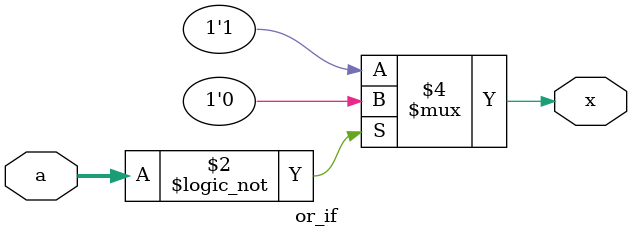
<source format=v>
`timescale 1ns/1ns

module or_if(a,x);

input [3:0] a;
output x;
reg x;

always@(a)
	if(a == 4'b0000)
		x = 1'b0;
	else
		x = 1'b1;
endmodule

</source>
